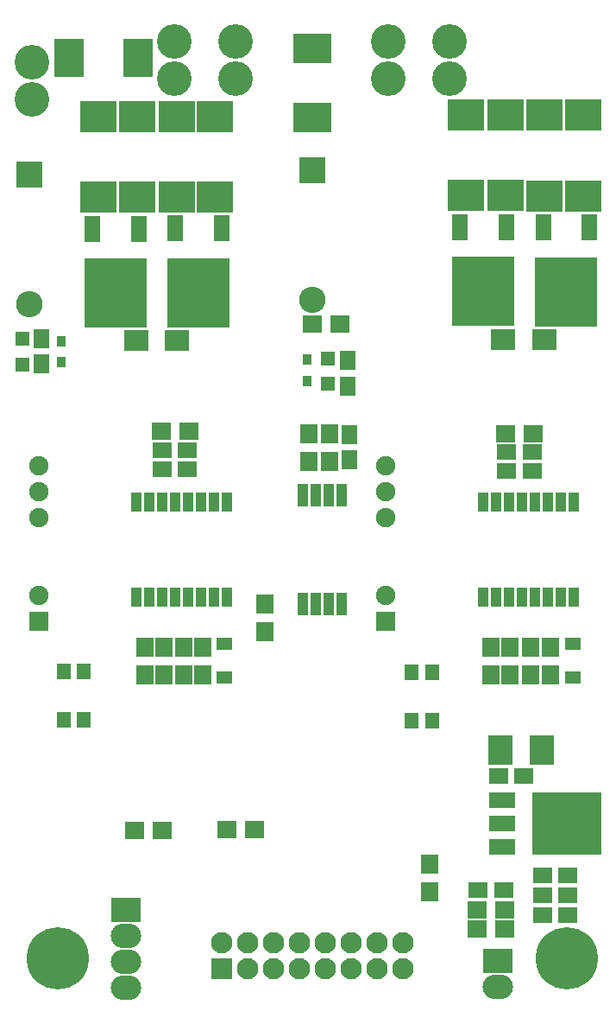
<source format=gts>
G04 #@! TF.GenerationSoftware,KiCad,Pcbnew,no-vcs-found-e062780~61~ubuntu17.10.1*
G04 #@! TF.CreationDate,2018-01-03T14:28:22-05:00*
G04 #@! TF.ProjectId,ENNOID Dual Gate Driver,454E4E4F4944204475616C2047617465,rev?*
G04 #@! TF.SameCoordinates,Original*
G04 #@! TF.FileFunction,Soldermask,Top*
G04 #@! TF.FilePolarity,Negative*
%FSLAX46Y46*%
G04 Gerber Fmt 4.6, Leading zero omitted, Abs format (unit mm)*
G04 Created by KiCad (PCBNEW no-vcs-found-e062780~61~ubuntu17.10.1) date Wed Jan  3 14:28:22 2018*
%MOMM*%
%LPD*%
G01*
G04 APERTURE LIST*
%ADD10C,6.100000*%
%ADD11C,2.100000*%
%ADD12R,2.100000X2.100000*%
%ADD13R,2.400000X2.900000*%
%ADD14R,1.900000X1.650000*%
%ADD15R,1.650000X1.900000*%
%ADD16R,1.600000X1.300000*%
%ADD17O,3.000000X2.400000*%
%ADD18R,3.000000X2.400000*%
%ADD19R,1.700000X1.900000*%
%ADD20R,1.900000X1.700000*%
%ADD21R,1.000000X1.900000*%
%ADD22R,6.800000X6.200000*%
%ADD23R,2.600000X1.600000*%
%ADD24C,3.400000*%
%ADD25R,1.040000X2.305000*%
%ADD26R,1.350000X1.650000*%
%ADD27O,1.900000X1.900000*%
%ADD28R,1.900000X1.900000*%
%ADD29R,2.400000X2.000000*%
%ADD30R,1.400000X1.400000*%
%ADD31R,3.600000X3.100000*%
%ADD32R,0.850000X1.000000*%
%ADD33R,2.600000X2.600000*%
%ADD34O,2.600000X2.600000*%
%ADD35R,2.900000X3.700000*%
%ADD36R,3.700000X2.900000*%
%ADD37R,6.200000X6.800000*%
%ADD38R,1.600000X2.600000*%
G04 APERTURE END LIST*
D10*
X55000000Y-93000000D03*
D11*
X38887400Y-91478100D03*
X38887400Y-94018100D03*
X36347400Y-91478100D03*
X36347400Y-94018100D03*
X33807400Y-91478100D03*
X33807400Y-94018100D03*
X31267400Y-91478100D03*
X31267400Y-94018100D03*
X28727400Y-91478100D03*
X28727400Y-94018100D03*
X26187400Y-91478100D03*
X26187400Y-94018100D03*
X23647400Y-91478100D03*
X23647400Y-94018100D03*
X21107400Y-91478100D03*
D12*
X21107400Y-94018100D03*
D13*
X52495200Y-72618600D03*
X48495200Y-72618600D03*
D14*
X48254600Y-75158600D03*
X50754600Y-75158600D03*
X52598000Y-84848700D03*
X55098000Y-84848700D03*
X55098000Y-86842600D03*
X52598000Y-86842600D03*
X15260000Y-43230800D03*
X17760000Y-43230800D03*
X17760000Y-45059600D03*
X15260000Y-45059600D03*
D15*
X3454400Y-34772600D03*
X3454400Y-32272600D03*
D14*
X51567400Y-45212000D03*
X49067400Y-45212000D03*
D15*
X33680400Y-41677600D03*
X33680400Y-44177600D03*
D14*
X52572600Y-88773000D03*
X55072600Y-88773000D03*
X46273400Y-86334600D03*
X48773400Y-86334600D03*
D16*
X21412200Y-62180200D03*
X21412200Y-65480200D03*
D17*
X11734800Y-95834200D03*
X11734800Y-93294200D03*
X11734800Y-90754200D03*
D18*
X11734800Y-88214200D03*
D17*
X48183800Y-95783400D03*
D18*
X48183800Y-93243400D03*
D19*
X15468600Y-65180200D03*
X15468600Y-62480200D03*
X19278600Y-65180200D03*
X19278600Y-62480200D03*
X13563600Y-65180200D03*
X13563600Y-62480200D03*
X17373600Y-62480200D03*
X17373600Y-65180200D03*
X49428400Y-62531000D03*
X49428400Y-65231000D03*
X53365400Y-62505600D03*
X53365400Y-65205600D03*
X47523400Y-62531000D03*
X47523400Y-65231000D03*
X51435000Y-62505600D03*
X51435000Y-65205600D03*
D20*
X30019000Y-30835600D03*
X32719000Y-30835600D03*
D19*
X31685800Y-44277600D03*
X31685800Y-41577600D03*
X29685800Y-41577600D03*
X29685800Y-44277600D03*
D20*
X48873400Y-90144600D03*
X46173400Y-90144600D03*
X48873400Y-88239600D03*
X46173400Y-88239600D03*
X21613400Y-80403800D03*
X24313400Y-80403800D03*
X12582605Y-80452572D03*
X15282605Y-80452572D03*
D19*
X41503600Y-86440000D03*
X41503600Y-83740000D03*
D21*
X21648200Y-57577600D03*
X20378200Y-57577600D03*
X19108200Y-57577600D03*
X17838200Y-57577600D03*
X16568200Y-57577600D03*
X15298200Y-57577600D03*
X14028200Y-57577600D03*
X12758200Y-57577600D03*
X12758200Y-48277600D03*
X14028200Y-48277600D03*
X15298200Y-48277600D03*
X16568200Y-48277600D03*
X17838200Y-48277600D03*
X19108200Y-48277600D03*
X20378200Y-48277600D03*
X21648200Y-48277600D03*
D22*
X54957400Y-79758600D03*
D23*
X48657400Y-82038600D03*
X48657400Y-79758600D03*
X48657400Y-77478600D03*
D24*
X22500000Y-6830000D03*
X22500000Y-3170000D03*
X2500000Y-5170000D03*
X2500000Y-8830000D03*
X16500000Y-6830000D03*
X16500000Y-3170000D03*
X43500000Y-6830000D03*
X43500000Y-3170000D03*
X37500000Y-3170000D03*
X37500000Y-6830000D03*
D25*
X32893000Y-47580100D03*
X31623000Y-47580100D03*
X30353000Y-47580100D03*
X29083000Y-47580100D03*
X29083000Y-58275100D03*
X30353000Y-58275100D03*
X31623000Y-58275100D03*
X32893000Y-58275100D03*
D26*
X5604000Y-69659600D03*
X7604000Y-69659600D03*
X7604000Y-64909600D03*
X5604000Y-64909600D03*
X39767000Y-64985800D03*
X41767000Y-64985800D03*
X41767000Y-69735800D03*
X39767000Y-69735800D03*
D27*
X3203200Y-44687600D03*
X3203200Y-47227600D03*
X3203200Y-49767600D03*
X3203200Y-57387600D03*
D28*
X3203200Y-59927600D03*
D27*
X37203200Y-44687600D03*
X37203200Y-47227600D03*
X37203200Y-49767600D03*
X37203200Y-57387600D03*
D28*
X37203200Y-59927600D03*
D19*
X25378800Y-61016400D03*
X25378800Y-58316400D03*
D29*
X12732000Y-32435800D03*
X16732000Y-32435800D03*
D14*
X49067400Y-43383200D03*
X51567400Y-43383200D03*
D15*
X33477200Y-36911600D03*
X33477200Y-34411600D03*
D29*
X52749200Y-32334200D03*
X48749200Y-32334200D03*
D30*
X1524000Y-32303400D03*
X1524000Y-34803400D03*
D16*
X55549800Y-65505600D03*
X55549800Y-62205600D03*
D30*
X31496000Y-36708400D03*
X31496000Y-34208400D03*
D20*
X17860000Y-41351200D03*
X15160000Y-41351200D03*
D31*
X9042400Y-18428000D03*
X9042400Y-10528000D03*
X12827000Y-10528000D03*
X12827000Y-18428000D03*
X20472400Y-18402600D03*
X20472400Y-10502600D03*
X16687800Y-10502600D03*
X16687800Y-18402600D03*
D20*
X48992800Y-41554400D03*
X51692800Y-41554400D03*
D31*
X48945800Y-10350200D03*
X48945800Y-18250200D03*
X45110400Y-18250200D03*
X45110400Y-10350200D03*
X52755800Y-18275600D03*
X52755800Y-10375600D03*
X56591200Y-10375600D03*
X56591200Y-18275600D03*
D32*
X5359400Y-34603400D03*
X5359400Y-32503400D03*
X29514800Y-34332200D03*
X29514800Y-36432200D03*
D21*
X55648200Y-57577600D03*
X54378200Y-57577600D03*
X53108200Y-57577600D03*
X51838200Y-57577600D03*
X50568200Y-57577600D03*
X49298200Y-57577600D03*
X48028200Y-57577600D03*
X46758200Y-57577600D03*
X46758200Y-48277600D03*
X48028200Y-48277600D03*
X49298200Y-48277600D03*
X50568200Y-48277600D03*
X51838200Y-48277600D03*
X53108200Y-48277600D03*
X54378200Y-48277600D03*
X55648200Y-48277600D03*
D33*
X2235200Y-16179800D03*
D34*
X2235200Y-28879800D03*
X30000000Y-28457800D03*
D33*
X30000000Y-15757800D03*
D35*
X6099600Y-4749800D03*
X12899600Y-4749800D03*
D36*
X30000000Y-3813600D03*
X30000000Y-10613600D03*
D37*
X10693400Y-27804800D03*
D38*
X8413400Y-21504800D03*
X12973400Y-21504800D03*
X21101400Y-21479400D03*
X16541400Y-21479400D03*
D37*
X18821400Y-27779400D03*
D38*
X49041400Y-21352400D03*
X44481400Y-21352400D03*
D37*
X46761400Y-27652400D03*
X54940200Y-27677800D03*
D38*
X52660200Y-21377800D03*
X57220200Y-21377800D03*
D10*
X5000000Y-93000000D03*
M02*

</source>
